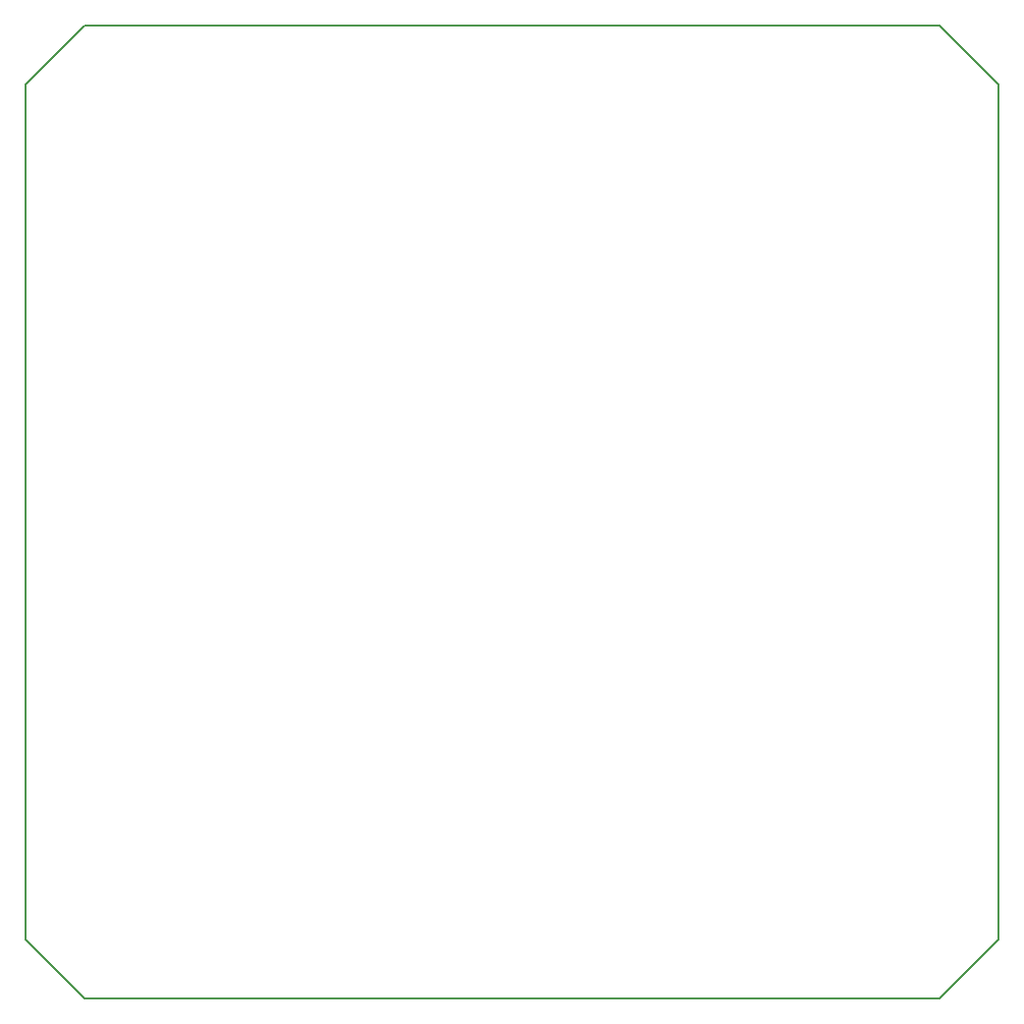
<source format=gbr>
%TF.GenerationSoftware,KiCad,Pcbnew,7.0.8*%
%TF.CreationDate,2023-10-15T22:57:13-07:00*%
%TF.ProjectId,HandheldInterface,48616e64-6865-46c6-9449-6e7465726661,rev?*%
%TF.SameCoordinates,Original*%
%TF.FileFunction,Profile,NP*%
%FSLAX46Y46*%
G04 Gerber Fmt 4.6, Leading zero omitted, Abs format (unit mm)*
G04 Created by KiCad (PCBNEW 7.0.8) date 2023-10-15 22:57:13*
%MOMM*%
%LPD*%
G01*
G04 APERTURE LIST*
%TA.AperFunction,Profile*%
%ADD10C,0.200000*%
%TD*%
G04 APERTURE END LIST*
D10*
X101600000Y-20320000D02*
X101600000Y-93980000D01*
X96520000Y-99060000D01*
X22860000Y-99060000D01*
X17780000Y-93980000D01*
X17780000Y-20320000D01*
X22860000Y-15240000D01*
X96520000Y-15240000D01*
X101600000Y-20320000D01*
M02*

</source>
